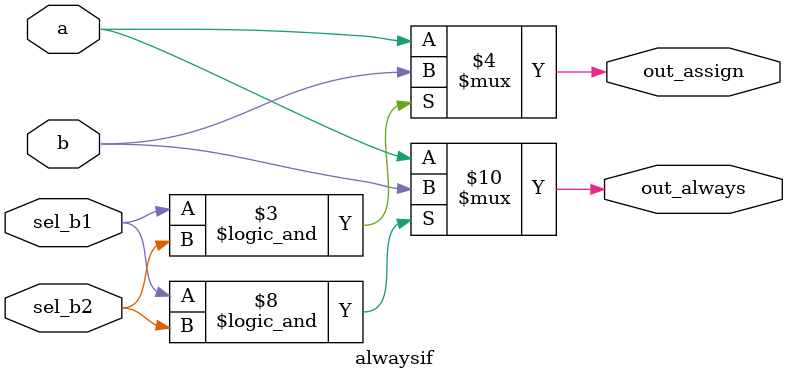
<source format=v>
module alwaysif(

    input a, b,
    input sel_b1, sel_b2,
    output wire out_assign,
    output reg out_always

);

    assign out_assign = (sel_b1 == 1'b1 && sel_b2 == 1'b1) ? b : a;

    always @(*) begin

        if (sel_b1 == 1'b1 && sel_b2 == 1'b1) begin
            out_always = b;
        end
        else begin
            out_always = a;
        end

        
    end

endmodule
</source>
